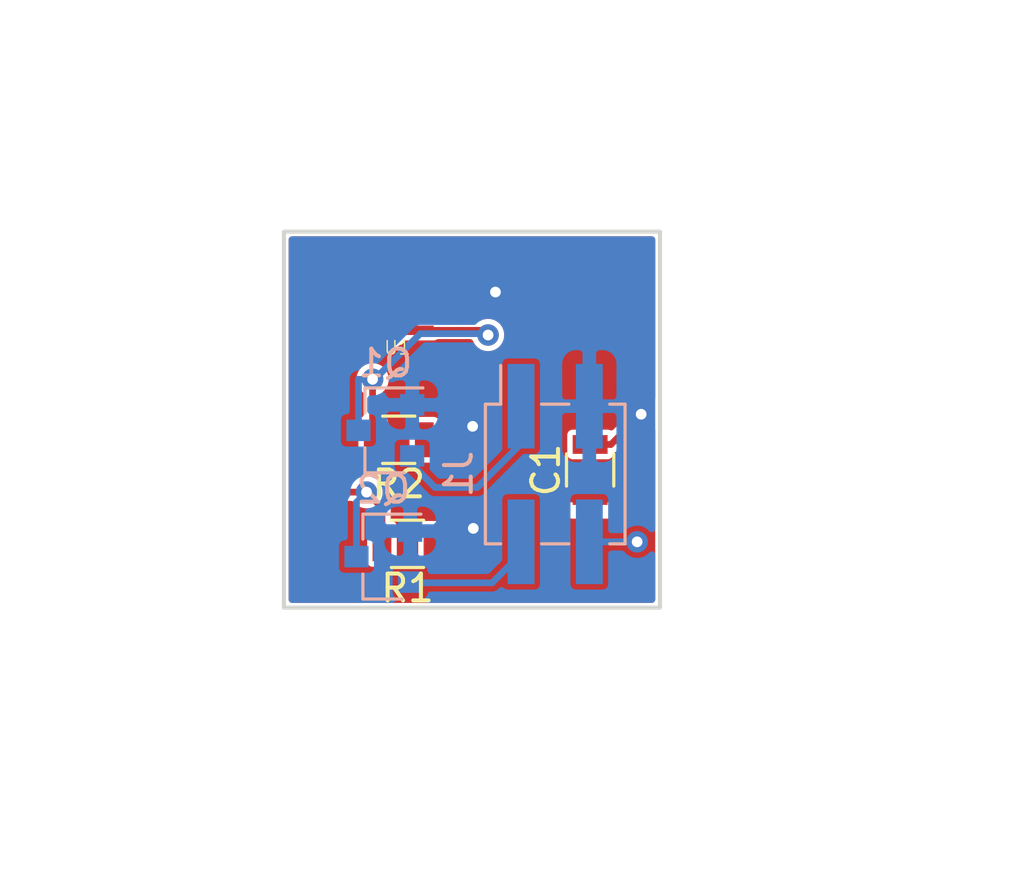
<source format=kicad_pcb>
(kicad_pcb (version 20171130) (host pcbnew "(5.1.6)-1")

  (general
    (thickness 1.6)
    (drawings 9)
    (tracks 65)
    (zones 0)
    (modules 7)
    (nets 7)
  )

  (page A4)
  (layers
    (0 F.Cu signal)
    (31 B.Cu signal)
    (32 B.Adhes user)
    (33 F.Adhes user)
    (34 B.Paste user)
    (35 F.Paste user)
    (36 B.SilkS user hide)
    (37 F.SilkS user hide)
    (38 B.Mask user)
    (39 F.Mask user)
    (40 Dwgs.User user)
    (41 Cmts.User user)
    (42 Eco1.User user)
    (43 Eco2.User user)
    (44 Edge.Cuts user)
    (45 Margin user)
    (46 B.CrtYd user)
    (47 F.CrtYd user)
    (48 B.Fab user hide)
    (49 F.Fab user hide)
  )

  (setup
    (last_trace_width 0.25)
    (trace_clearance 0.2)
    (zone_clearance 0.1)
    (zone_45_only no)
    (trace_min 0.2)
    (via_size 0.8)
    (via_drill 0.4)
    (via_min_size 0.4)
    (via_min_drill 0.3)
    (uvia_size 0.3)
    (uvia_drill 0.1)
    (uvias_allowed no)
    (uvia_min_size 0.2)
    (uvia_min_drill 0.1)
    (edge_width 0.05)
    (segment_width 0.2)
    (pcb_text_width 0.3)
    (pcb_text_size 1.5 1.5)
    (mod_edge_width 0.12)
    (mod_text_size 1 1)
    (mod_text_width 0.15)
    (pad_size 1.524 1.524)
    (pad_drill 0.762)
    (pad_to_mask_clearance 0.05)
    (aux_axis_origin 0 0)
    (visible_elements 7FFFFFFF)
    (pcbplotparams
      (layerselection 0x010fc_ffffffff)
      (usegerberextensions false)
      (usegerberattributes true)
      (usegerberadvancedattributes true)
      (creategerberjobfile true)
      (excludeedgelayer true)
      (linewidth 0.100000)
      (plotframeref false)
      (viasonmask false)
      (mode 1)
      (useauxorigin false)
      (hpglpennumber 1)
      (hpglpenspeed 20)
      (hpglpendiameter 15.000000)
      (psnegative false)
      (psa4output false)
      (plotreference true)
      (plotvalue true)
      (plotinvisibletext false)
      (padsonsilk false)
      (subtractmaskfromsilk false)
      (outputformat 1)
      (mirror false)
      (drillshape 1)
      (scaleselection 1)
      (outputdirectory ""))
  )

  (net 0 "")
  (net 1 +3V3)
  (net 2 GND)
  (net 3 /SCL_out)
  (net 4 /SDA_out)
  (net 5 /SDA_in)
  (net 6 /SCL_in)

  (net_class Default "This is the default net class."
    (clearance 0.2)
    (trace_width 0.25)
    (via_dia 0.8)
    (via_drill 0.4)
    (uvia_dia 0.3)
    (uvia_drill 0.1)
    (add_net +3V3)
    (add_net /SCL_in)
    (add_net /SCL_out)
    (add_net /SDA_in)
    (add_net /SDA_out)
    (add_net GND)
  )

  (module tsl2591_smaller:tsl2591 (layer F.Cu) (tedit 601ED597) (tstamp 603A9A02)
    (at 182.325 79.1)
    (path /60064A60)
    (fp_text reference U1 (at 0 1.3) (layer F.SilkS)
      (effects (font (size 0.5 0.5) (thickness 0.05)))
    )
    (fp_text value TSL2591 (at 0.05 -1.35) (layer F.Fab)
      (effects (font (size 0.5 0.5) (thickness 0.05)))
    )
    (pad 1 smd custom (at -0.325 -0.65) (size 0.35 0.35) (layers F.Cu F.Paste F.Mask)
      (net 3 /SCL_out)
      (options (clearance outline) (anchor circle))
      (primitives
        (gr_poly (pts
           (xy 0.175 0.175) (xy -1.025 0.175) (xy -1.025 -0.175) (xy 0.175 -0.175)) (width 0))
      ))
    (pad 3 smd custom (at -0.325 0.65) (size 0.35 0.35) (layers F.Cu F.Paste F.Mask)
      (net 2 GND) (zone_connect 0)
      (options (clearance outline) (anchor circle))
      (primitives
        (gr_poly (pts
           (xy 0 0.175) (xy -1.025 0.175) (xy -1.025 -0.175) (xy 0 -0.175)) (width 0.001))
      ))
    (pad 6 smd custom (at 0.325 0.65 180) (size 0.35 0.35) (layers F.Cu F.Paste F.Mask)
      (net 4 /SDA_out) (zone_connect 0)
      (options (clearance outline) (anchor circle))
      (primitives
        (gr_poly (pts
           (xy 0 0.175) (xy -1.025 0.175) (xy -1.025 -0.175) (xy 0 -0.175)) (width 0.001))
      ))
    (pad 4 smd custom (at 0.325 -0.65 180) (size 0.35 0.35) (layers F.Cu F.Paste F.Mask)
      (zone_connect 0)
      (options (clearance outline) (anchor circle))
      (primitives
        (gr_poly (pts
           (xy 0 0.175) (xy -1.025 0.175) (xy -1.025 -0.175) (xy 0 -0.175)) (width 0.001))
      ))
    (pad 5 smd custom (at 0.325 0 180) (size 0.35 0.35) (layers F.Cu F.Paste F.Mask)
      (net 1 +3V3) (zone_connect 0)
      (options (clearance outline) (anchor circle))
      (primitives
        (gr_poly (pts
           (xy 0 0.175) (xy -1.025 0.175) (xy -1.025 -0.175) (xy 0 -0.175)) (width 0.001))
      ))
    (pad 2 smd custom (at -0.325 0) (size 0.35 0.35) (layers F.Cu F.Paste F.Mask)
      (options (clearance outline) (anchor circle))
      (primitives
        (gr_poly (pts
           (xy 0 0.175) (xy -1.025 0.175) (xy -1.025 -0.175) (xy 0 -0.175)) (width 0.001))
      ))
  )

  (module Resistors_SMD:R_0805 (layer F.Cu) (tedit 58E0A804) (tstamp 601F0891)
    (at 182.375 83.825 180)
    (descr "Resistor SMD 0805, reflow soldering, Vishay (see dcrcw.pdf)")
    (tags "resistor 0805")
    (path /60053D35)
    (attr smd)
    (fp_text reference R2 (at 0 -1.65) (layer F.SilkS)
      (effects (font (size 1 1) (thickness 0.15)))
    )
    (fp_text value 10k (at 0 1.75) (layer F.Fab)
      (effects (font (size 1 1) (thickness 0.15)))
    )
    (fp_line (start 1.55 0.9) (end -1.55 0.9) (layer F.CrtYd) (width 0.05))
    (fp_line (start 1.55 0.9) (end 1.55 -0.9) (layer F.CrtYd) (width 0.05))
    (fp_line (start -1.55 -0.9) (end -1.55 0.9) (layer F.CrtYd) (width 0.05))
    (fp_line (start -1.55 -0.9) (end 1.55 -0.9) (layer F.CrtYd) (width 0.05))
    (fp_line (start -0.6 -0.88) (end 0.6 -0.88) (layer F.SilkS) (width 0.12))
    (fp_line (start 0.6 0.88) (end -0.6 0.88) (layer F.SilkS) (width 0.12))
    (fp_line (start -1 -0.62) (end 1 -0.62) (layer F.Fab) (width 0.1))
    (fp_line (start 1 -0.62) (end 1 0.62) (layer F.Fab) (width 0.1))
    (fp_line (start 1 0.62) (end -1 0.62) (layer F.Fab) (width 0.1))
    (fp_line (start -1 0.62) (end -1 -0.62) (layer F.Fab) (width 0.1))
    (fp_text user %R (at 0 0) (layer F.Fab)
      (effects (font (size 0.5 0.5) (thickness 0.075)))
    )
    (pad 1 smd rect (at -0.95 0 180) (size 0.7 1.3) (layers F.Cu F.Paste F.Mask)
      (net 1 +3V3))
    (pad 2 smd rect (at 0.95 0 180) (size 0.7 1.3) (layers F.Cu F.Paste F.Mask)
      (net 4 /SDA_out))
    (model ${KISYS3DMOD}/Resistors_SMD.3dshapes/R_0805.wrl
      (at (xyz 0 0 0))
      (scale (xyz 1 1 1))
      (rotate (xyz 0 0 0))
    )
  )

  (module Resistors_SMD:R_0805 (layer F.Cu) (tedit 58E0A804) (tstamp 601F0F48)
    (at 182.7 87.7 180)
    (descr "Resistor SMD 0805, reflow soldering, Vishay (see dcrcw.pdf)")
    (tags "resistor 0805")
    (path /6005217F)
    (attr smd)
    (fp_text reference R1 (at 0 -1.65) (layer F.SilkS)
      (effects (font (size 1 1) (thickness 0.15)))
    )
    (fp_text value 10k (at 0 1.75) (layer F.Fab)
      (effects (font (size 1 1) (thickness 0.15)))
    )
    (fp_line (start 1.55 0.9) (end -1.55 0.9) (layer F.CrtYd) (width 0.05))
    (fp_line (start 1.55 0.9) (end 1.55 -0.9) (layer F.CrtYd) (width 0.05))
    (fp_line (start -1.55 -0.9) (end -1.55 0.9) (layer F.CrtYd) (width 0.05))
    (fp_line (start -1.55 -0.9) (end 1.55 -0.9) (layer F.CrtYd) (width 0.05))
    (fp_line (start -0.6 -0.88) (end 0.6 -0.88) (layer F.SilkS) (width 0.12))
    (fp_line (start 0.6 0.88) (end -0.6 0.88) (layer F.SilkS) (width 0.12))
    (fp_line (start -1 -0.62) (end 1 -0.62) (layer F.Fab) (width 0.1))
    (fp_line (start 1 -0.62) (end 1 0.62) (layer F.Fab) (width 0.1))
    (fp_line (start 1 0.62) (end -1 0.62) (layer F.Fab) (width 0.1))
    (fp_line (start -1 0.62) (end -1 -0.62) (layer F.Fab) (width 0.1))
    (fp_text user %R (at 0 0) (layer F.Fab)
      (effects (font (size 0.5 0.5) (thickness 0.075)))
    )
    (pad 1 smd rect (at -0.95 0 180) (size 0.7 1.3) (layers F.Cu F.Paste F.Mask)
      (net 1 +3V3))
    (pad 2 smd rect (at 0.95 0 180) (size 0.7 1.3) (layers F.Cu F.Paste F.Mask)
      (net 3 /SCL_out))
    (model ${KISYS3DMOD}/Resistors_SMD.3dshapes/R_0805.wrl
      (at (xyz 0 0 0))
      (scale (xyz 1 1 1))
      (rotate (xyz 0 0 0))
    )
  )

  (module TO_SOT_Packages_SMD:SOT-23 (layer B.Cu) (tedit 58CE4E7E) (tstamp 603A99BE)
    (at 181.8 88.175 180)
    (descr "SOT-23, Standard")
    (tags SOT-23)
    (path /6004F25D)
    (attr smd)
    (fp_text reference Q2 (at 0 2.5) (layer B.SilkS)
      (effects (font (size 1 1) (thickness 0.15)) (justify mirror))
    )
    (fp_text value BSS138 (at 0 -2.5) (layer B.Fab)
      (effects (font (size 1 1) (thickness 0.15)) (justify mirror))
    )
    (fp_line (start 0.76 -1.58) (end -0.7 -1.58) (layer B.SilkS) (width 0.12))
    (fp_line (start 0.76 1.58) (end -1.4 1.58) (layer B.SilkS) (width 0.12))
    (fp_line (start -1.7 -1.75) (end -1.7 1.75) (layer B.CrtYd) (width 0.05))
    (fp_line (start 1.7 -1.75) (end -1.7 -1.75) (layer B.CrtYd) (width 0.05))
    (fp_line (start 1.7 1.75) (end 1.7 -1.75) (layer B.CrtYd) (width 0.05))
    (fp_line (start -1.7 1.75) (end 1.7 1.75) (layer B.CrtYd) (width 0.05))
    (fp_line (start 0.76 1.58) (end 0.76 0.65) (layer B.SilkS) (width 0.12))
    (fp_line (start 0.76 -1.58) (end 0.76 -0.65) (layer B.SilkS) (width 0.12))
    (fp_line (start -0.7 -1.52) (end 0.7 -1.52) (layer B.Fab) (width 0.1))
    (fp_line (start 0.7 1.52) (end 0.7 -1.52) (layer B.Fab) (width 0.1))
    (fp_line (start -0.7 0.95) (end -0.15 1.52) (layer B.Fab) (width 0.1))
    (fp_line (start -0.15 1.52) (end 0.7 1.52) (layer B.Fab) (width 0.1))
    (fp_line (start -0.7 0.95) (end -0.7 -1.5) (layer B.Fab) (width 0.1))
    (fp_text user %R (at 0 0 270) (layer B.Fab)
      (effects (font (size 0.5 0.5) (thickness 0.075)) (justify mirror))
    )
    (pad 1 smd rect (at -1 0.95 180) (size 0.9 0.8) (layers B.Cu B.Paste B.Mask)
      (net 1 +3V3))
    (pad 2 smd rect (at -1 -0.95 180) (size 0.9 0.8) (layers B.Cu B.Paste B.Mask)
      (net 6 /SCL_in))
    (pad 3 smd rect (at 1 0 180) (size 0.9 0.8) (layers B.Cu B.Paste B.Mask)
      (net 3 /SCL_out))
    (model ${KISYS3DMOD}/TO_SOT_Packages_SMD.3dshapes/SOT-23.wrl
      (at (xyz 0 0 0))
      (scale (xyz 1 1 1))
      (rotate (xyz 0 0 0))
    )
  )

  (module TO_SOT_Packages_SMD:SOT-23 (layer B.Cu) (tedit 58CE4E7E) (tstamp 603A9A79)
    (at 181.875 83.475 180)
    (descr "SOT-23, Standard")
    (tags SOT-23)
    (path /6004C224)
    (attr smd)
    (fp_text reference Q1 (at 0 2.5) (layer B.SilkS)
      (effects (font (size 1 1) (thickness 0.15)) (justify mirror))
    )
    (fp_text value BSS138 (at 0 -2.5) (layer B.Fab)
      (effects (font (size 1 1) (thickness 0.15)) (justify mirror))
    )
    (fp_line (start 0.76 -1.58) (end -0.7 -1.58) (layer B.SilkS) (width 0.12))
    (fp_line (start 0.76 1.58) (end -1.4 1.58) (layer B.SilkS) (width 0.12))
    (fp_line (start -1.7 -1.75) (end -1.7 1.75) (layer B.CrtYd) (width 0.05))
    (fp_line (start 1.7 -1.75) (end -1.7 -1.75) (layer B.CrtYd) (width 0.05))
    (fp_line (start 1.7 1.75) (end 1.7 -1.75) (layer B.CrtYd) (width 0.05))
    (fp_line (start -1.7 1.75) (end 1.7 1.75) (layer B.CrtYd) (width 0.05))
    (fp_line (start 0.76 1.58) (end 0.76 0.65) (layer B.SilkS) (width 0.12))
    (fp_line (start 0.76 -1.58) (end 0.76 -0.65) (layer B.SilkS) (width 0.12))
    (fp_line (start -0.7 -1.52) (end 0.7 -1.52) (layer B.Fab) (width 0.1))
    (fp_line (start 0.7 1.52) (end 0.7 -1.52) (layer B.Fab) (width 0.1))
    (fp_line (start -0.7 0.95) (end -0.15 1.52) (layer B.Fab) (width 0.1))
    (fp_line (start -0.15 1.52) (end 0.7 1.52) (layer B.Fab) (width 0.1))
    (fp_line (start -0.7 0.95) (end -0.7 -1.5) (layer B.Fab) (width 0.1))
    (fp_text user %R (at 0 0 270) (layer B.Fab)
      (effects (font (size 0.5 0.5) (thickness 0.075)) (justify mirror))
    )
    (pad 1 smd rect (at -1 0.95 180) (size 0.9 0.8) (layers B.Cu B.Paste B.Mask)
      (net 1 +3V3))
    (pad 2 smd rect (at -1 -0.95 180) (size 0.9 0.8) (layers B.Cu B.Paste B.Mask)
      (net 5 /SDA_in))
    (pad 3 smd rect (at 1 0 180) (size 0.9 0.8) (layers B.Cu B.Paste B.Mask)
      (net 4 /SDA_out))
    (model ${KISYS3DMOD}/TO_SOT_Packages_SMD.3dshapes/SOT-23.wrl
      (at (xyz 0 0 0))
      (scale (xyz 1 1 1))
      (rotate (xyz 0 0 0))
    )
  )

  (module Connector_PinHeader_2.54mm:PinHeader_2x02_P2.54mm_Vertical_SMD (layer B.Cu) (tedit 59FED5CC) (tstamp 601F0994)
    (at 188.2 85.1 270)
    (descr "surface-mounted straight pin header, 2x02, 2.54mm pitch, double rows")
    (tags "Surface mounted pin header SMD 2x02 2.54mm double row")
    (path /60074FEE)
    (attr smd)
    (fp_text reference J1 (at 0 3.6 270) (layer B.SilkS)
      (effects (font (size 1 1) (thickness 0.15)) (justify mirror))
    )
    (fp_text value Conn_01x04_Female (at 0 -3.6 270) (layer B.Fab)
      (effects (font (size 1 1) (thickness 0.15)) (justify mirror))
    )
    (fp_line (start 2.54 -2.54) (end -2.54 -2.54) (layer B.Fab) (width 0.1))
    (fp_line (start -1.59 2.54) (end 2.54 2.54) (layer B.Fab) (width 0.1))
    (fp_line (start -2.54 -2.54) (end -2.54 1.59) (layer B.Fab) (width 0.1))
    (fp_line (start -2.54 1.59) (end -1.59 2.54) (layer B.Fab) (width 0.1))
    (fp_line (start 2.54 2.54) (end 2.54 -2.54) (layer B.Fab) (width 0.1))
    (fp_line (start -2.54 1.59) (end -3.6 1.59) (layer B.Fab) (width 0.1))
    (fp_line (start -3.6 1.59) (end -3.6 0.95) (layer B.Fab) (width 0.1))
    (fp_line (start -3.6 0.95) (end -2.54 0.95) (layer B.Fab) (width 0.1))
    (fp_line (start 2.54 1.59) (end 3.6 1.59) (layer B.Fab) (width 0.1))
    (fp_line (start 3.6 1.59) (end 3.6 0.95) (layer B.Fab) (width 0.1))
    (fp_line (start 3.6 0.95) (end 2.54 0.95) (layer B.Fab) (width 0.1))
    (fp_line (start -2.54 -0.95) (end -3.6 -0.95) (layer B.Fab) (width 0.1))
    (fp_line (start -3.6 -0.95) (end -3.6 -1.59) (layer B.Fab) (width 0.1))
    (fp_line (start -3.6 -1.59) (end -2.54 -1.59) (layer B.Fab) (width 0.1))
    (fp_line (start 2.54 -0.95) (end 3.6 -0.95) (layer B.Fab) (width 0.1))
    (fp_line (start 3.6 -0.95) (end 3.6 -1.59) (layer B.Fab) (width 0.1))
    (fp_line (start 3.6 -1.59) (end 2.54 -1.59) (layer B.Fab) (width 0.1))
    (fp_line (start -2.6 2.6) (end 2.6 2.6) (layer B.SilkS) (width 0.12))
    (fp_line (start -2.6 -2.6) (end 2.6 -2.6) (layer B.SilkS) (width 0.12))
    (fp_line (start -4.04 2.03) (end -2.6 2.03) (layer B.SilkS) (width 0.12))
    (fp_line (start -2.6 2.6) (end -2.6 2.03) (layer B.SilkS) (width 0.12))
    (fp_line (start 2.6 2.6) (end 2.6 2.03) (layer B.SilkS) (width 0.12))
    (fp_line (start -2.6 -2.03) (end -2.6 -2.6) (layer B.SilkS) (width 0.12))
    (fp_line (start 2.6 -2.03) (end 2.6 -2.6) (layer B.SilkS) (width 0.12))
    (fp_line (start -2.6 0.51) (end -2.6 -0.51) (layer B.SilkS) (width 0.12))
    (fp_line (start 2.6 0.51) (end 2.6 -0.51) (layer B.SilkS) (width 0.12))
    (fp_line (start -5.9 3.05) (end -5.9 -3.05) (layer B.CrtYd) (width 0.05))
    (fp_line (start -5.9 -3.05) (end 5.9 -3.05) (layer B.CrtYd) (width 0.05))
    (fp_line (start 5.9 -3.05) (end 5.9 3.05) (layer B.CrtYd) (width 0.05))
    (fp_line (start 5.9 3.05) (end -5.9 3.05) (layer B.CrtYd) (width 0.05))
    (fp_text user %R (at 0 0) (layer B.Fab)
      (effects (font (size 1 1) (thickness 0.15)) (justify mirror))
    )
    (pad 4 smd rect (at 2.525 -1.27 270) (size 3.15 1) (layers B.Cu B.Paste B.Mask)
      (net 2 GND))
    (pad 3 smd rect (at -2.525 -1.27 270) (size 3.15 1) (layers B.Cu B.Paste B.Mask)
      (net 1 +3V3))
    (pad 2 smd rect (at 2.525 1.27 270) (size 3.15 1) (layers B.Cu B.Paste B.Mask)
      (net 6 /SCL_in))
    (pad 1 smd rect (at -2.525 1.27 270) (size 3.15 1) (layers B.Cu B.Paste B.Mask)
      (net 5 /SDA_in))
    (model ${KISYS3DMOD}/Connector_PinHeader_2.54mm.3dshapes/PinHeader_2x02_P2.54mm_Vertical_SMD.wrl
      (at (xyz 0 0 0))
      (scale (xyz 1 1 1))
      (rotate (xyz 0 0 0))
    )
  )

  (module Resistors_SMD:R_0805 (layer F.Cu) (tedit 58E0A804) (tstamp 601F0916)
    (at 189.5 84.95 90)
    (descr "Resistor SMD 0805, reflow soldering, Vishay (see dcrcw.pdf)")
    (tags "resistor 0805")
    (path /6006B095)
    (attr smd)
    (fp_text reference C1 (at 0 -1.65 90) (layer F.SilkS)
      (effects (font (size 1 1) (thickness 0.15)))
    )
    (fp_text value 10u (at 0 1.75 90) (layer F.Fab)
      (effects (font (size 1 1) (thickness 0.15)))
    )
    (fp_line (start 1.55 0.9) (end -1.55 0.9) (layer F.CrtYd) (width 0.05))
    (fp_line (start 1.55 0.9) (end 1.55 -0.9) (layer F.CrtYd) (width 0.05))
    (fp_line (start -1.55 -0.9) (end -1.55 0.9) (layer F.CrtYd) (width 0.05))
    (fp_line (start -1.55 -0.9) (end 1.55 -0.9) (layer F.CrtYd) (width 0.05))
    (fp_line (start -0.6 -0.88) (end 0.6 -0.88) (layer F.SilkS) (width 0.12))
    (fp_line (start 0.6 0.88) (end -0.6 0.88) (layer F.SilkS) (width 0.12))
    (fp_line (start -1 -0.62) (end 1 -0.62) (layer F.Fab) (width 0.1))
    (fp_line (start 1 -0.62) (end 1 0.62) (layer F.Fab) (width 0.1))
    (fp_line (start 1 0.62) (end -1 0.62) (layer F.Fab) (width 0.1))
    (fp_line (start -1 0.62) (end -1 -0.62) (layer F.Fab) (width 0.1))
    (fp_text user %R (at 0 0 90) (layer F.Fab)
      (effects (font (size 0.5 0.5) (thickness 0.075)))
    )
    (pad 1 smd rect (at -0.95 0 90) (size 0.7 1.3) (layers F.Cu F.Paste F.Mask)
      (net 2 GND))
    (pad 2 smd rect (at 0.95 0 90) (size 0.7 1.3) (layers F.Cu F.Paste F.Mask)
      (net 1 +3V3))
    (model ${KISYS3DMOD}/Resistors_SMD.3dshapes/R_0805.wrl
      (at (xyz 0 0 0))
      (scale (xyz 1 1 1))
      (rotate (xyz 0 0 0))
    )
  )

  (gr_line (start 192.1 90.075) (end 192.1 76.075) (layer Edge.Cuts) (width 0.15))
  (gr_line (start 178.1 76.075) (end 192.1 76.075) (layer Edge.Cuts) (width 0.15))
  (gr_line (start 178.1 90.075) (end 178.1 76.075) (layer Edge.Cuts) (width 0.15))
  (gr_line (start 192.1 90.075) (end 178.1 90.075) (layer Edge.Cuts) (width 0.15))
  (dimension 1 (width 0.15) (layer Dwgs.User)
    (gr_text "1.000 mm" (at 181.4 68.15) (layer Dwgs.User)
      (effects (font (size 1 1) (thickness 0.15)))
    )
    (feature1 (pts (xy 180.9 82.35) (xy 180.9 68.863579)))
    (feature2 (pts (xy 181.9 82.35) (xy 181.9 68.863579)))
    (crossbar (pts (xy 181.9 69.45) (xy 180.9 69.45)))
    (arrow1a (pts (xy 180.9 69.45) (xy 182.026504 68.863579)))
    (arrow1b (pts (xy 180.9 69.45) (xy 182.026504 70.036421)))
    (arrow2a (pts (xy 181.9 69.45) (xy 180.773496 68.863579)))
    (arrow2b (pts (xy 181.9 69.45) (xy 180.773496 70.036421)))
  )
  (dimension 15.000083 (width 0.15) (layer Dwgs.User)
    (gr_text "15.000 mm" (at 168.89383 83.575937 -89.80901478) (layer Dwgs.User)
      (effects (font (size 1 1) (thickness 0.15)))
    )
    (feature1 (pts (xy 176.65 76.05) (xy 169.582406 76.073559)))
    (feature2 (pts (xy 176.7 91.05) (xy 169.632406 91.073559)))
    (crossbar (pts (xy 170.218823 91.071604) (xy 170.168823 76.071604)))
    (arrow1a (pts (xy 170.168823 76.071604) (xy 170.758995 77.196147)))
    (arrow1b (pts (xy 170.168823 76.071604) (xy 169.586161 77.200056)))
    (arrow2a (pts (xy 170.218823 91.071604) (xy 170.801485 89.943152)))
    (arrow2b (pts (xy 170.218823 91.071604) (xy 169.628651 89.947061)))
  )
  (dimension 15 (width 0.15) (layer Dwgs.User)
    (gr_text "15.000 mm" (at 184.175 101.175) (layer Dwgs.User)
      (effects (font (size 1 1) (thickness 0.15)))
    )
    (feature1 (pts (xy 176.675 91.275) (xy 176.675 100.461421)))
    (feature2 (pts (xy 191.675 91.275) (xy 191.675 100.461421)))
    (crossbar (pts (xy 191.675 99.875) (xy 176.675 99.875)))
    (arrow1a (pts (xy 176.675 99.875) (xy 177.801504 99.288579)))
    (arrow1b (pts (xy 176.675 99.875) (xy 177.801504 100.461421)))
    (arrow2a (pts (xy 191.675 99.875) (xy 190.548496 99.288579)))
    (arrow2b (pts (xy 191.675 99.875) (xy 190.548496 100.461421)))
  )
  (dimension 1 (width 0.15) (layer Dwgs.User)
    (gr_text "1.000 mm" (at 204.3 89.8 270) (layer Dwgs.User)
      (effects (font (size 1 1) (thickness 0.15)))
    )
    (feature1 (pts (xy 190.1 90.3) (xy 203.586421 90.3)))
    (feature2 (pts (xy 190.1 89.3) (xy 203.586421 89.3)))
    (crossbar (pts (xy 203 89.3) (xy 203 90.3)))
    (arrow1a (pts (xy 203 90.3) (xy 202.413579 89.173496)))
    (arrow1b (pts (xy 203 90.3) (xy 203.586421 89.173496)))
    (arrow2a (pts (xy 203 89.3) (xy 202.413579 90.426504)))
    (arrow2b (pts (xy 203 89.3) (xy 203.586421 90.426504)))
  )
  (dimension 1 (width 0.15) (layer Dwgs.User)
    (gr_text "1.000 mm" (at 201.6 80.5 90) (layer Dwgs.User)
      (effects (font (size 1 1) (thickness 0.15)))
    )
    (feature1 (pts (xy 189.1 80) (xy 200.886421 80)))
    (feature2 (pts (xy 189.1 81) (xy 200.886421 81)))
    (crossbar (pts (xy 200.3 81) (xy 200.3 80)))
    (arrow1a (pts (xy 200.3 80) (xy 200.886421 81.126504)))
    (arrow1b (pts (xy 200.3 80) (xy 199.713579 81.126504)))
    (arrow2a (pts (xy 200.3 81) (xy 200.886421 79.873496)))
    (arrow2b (pts (xy 200.3 81) (xy 199.713579 79.873496)))
  )

  (segment (start 184.45 84) (end 183.5 84) (width 0.25) (layer F.Cu) (net 1))
  (segment (start 184.45 84) (end 185.125 83.325) (width 0.25) (layer F.Cu) (net 1))
  (segment (start 185.125 83.325) (end 185.125 83.325) (width 0.25) (layer F.Cu) (net 1) (tstamp 603A9C6C))
  (via (at 185.125 83.325) (size 0.8) (drill 0.4) (layers F.Cu B.Cu) (net 1))
  (segment (start 182.65 79.1) (end 184 79.1) (width 0.25) (layer F.Cu) (net 1))
  (segment (start 184 79.1) (end 184.775 78.325) (width 0.25) (layer F.Cu) (net 1))
  (segment (start 184.775 78.325) (end 184.775 78.325) (width 0.25) (layer F.Cu) (net 1) (tstamp 603A9E33))
  (segment (start 183.65 87.7) (end 184.575 87.7) (width 0.25) (layer F.Cu) (net 1))
  (segment (start 184.575 87.7) (end 185.15 87.125) (width 0.25) (layer F.Cu) (net 1))
  (segment (start 185.15 87.125) (end 185.15 87.125) (width 0.25) (layer F.Cu) (net 1) (tstamp 603A9F81))
  (via (at 185.15 87.125) (size 0.8) (drill 0.4) (layers F.Cu B.Cu) (net 1))
  (segment (start 185.15 87.125) (end 182.875 87.125) (width 0.25) (layer B.Cu) (net 1))
  (segment (start 189.5 84) (end 190.275 84) (width 0.25) (layer F.Cu) (net 1))
  (segment (start 190.275 84) (end 191.175 83.1) (width 0.25) (layer F.Cu) (net 1))
  (segment (start 191.175 83.1) (end 191.4 82.875) (width 0.25) (layer F.Cu) (net 1))
  (segment (start 191.4 82.875) (end 191.4 82.875) (width 0.25) (layer F.Cu) (net 1) (tstamp 603AA11C))
  (via (at 191.4 82.875) (size 0.8) (drill 0.4) (layers F.Cu B.Cu) (net 1))
  (segment (start 184.775 78.325) (end 185.975 78.325) (width 0.25) (layer F.Cu) (net 1))
  (segment (start 185.975 78.325) (end 185.975 78.325) (width 0.25) (layer F.Cu) (net 1) (tstamp 603AA13F))
  (via (at 185.975 78.325) (size 0.8) (drill 0.4) (layers F.Cu B.Cu) (net 1))
  (segment (start 189.47 87.625) (end 191.25 87.625) (width 0.25) (layer B.Cu) (net 2))
  (segment (start 191.25 87.625) (end 191.25 87.625) (width 0.25) (layer B.Cu) (net 2) (tstamp 603A95BA))
  (via (at 191.25 87.625) (size 0.8) (drill 0.4) (layers F.Cu B.Cu) (net 2))
  (segment (start 189.5 85.9) (end 190.15 85.9) (width 0.25) (layer F.Cu) (net 2))
  (segment (start 191.25 87) (end 191.25 87.625) (width 0.25) (layer F.Cu) (net 2))
  (segment (start 190.15 85.9) (end 191.25 87) (width 0.25) (layer F.Cu) (net 2))
  (segment (start 181.5 79.75) (end 181.525 79.775) (width 0.25) (layer F.Cu) (net 2))
  (segment (start 182 79.75) (end 181.5 79.75) (width 0.25) (layer F.Cu) (net 2))
  (segment (start 182 79.75) (end 181.425 79.75) (width 0.25) (layer F.Cu) (net 2))
  (segment (start 181.425 79.75) (end 181.475 79.8) (width 0.25) (layer F.Cu) (net 2))
  (segment (start 181.475 79.8) (end 181.475 80.625) (width 0.25) (layer F.Cu) (net 2))
  (segment (start 180.8 88.175) (end 180.8 86.15) (width 0.25) (layer B.Cu) (net 3))
  (segment (start 180.8 86.15) (end 181.175 85.775) (width 0.25) (layer B.Cu) (net 3))
  (segment (start 181.175 85.775) (end 181.175 85.775) (width 0.25) (layer B.Cu) (net 3) (tstamp 603A9FB4))
  (via (at 181.175 85.775) (size 0.8) (drill 0.4) (layers F.Cu B.Cu) (net 3))
  (segment (start 181.175 85.775) (end 181.75 86.35) (width 0.25) (layer F.Cu) (net 3))
  (segment (start 181.75 86.35) (end 181.75 87.225) (width 0.25) (layer F.Cu) (net 3))
  (segment (start 181.175 85.775) (end 180.45 85.775) (width 0.25) (layer F.Cu) (net 3))
  (segment (start 180.45 85.775) (end 179.575 84.9) (width 0.25) (layer F.Cu) (net 3))
  (segment (start 179.575 84.9) (end 179.575 78.525) (width 0.25) (layer F.Cu) (net 3))
  (segment (start 179.575 78.525) (end 179.675 78.425) (width 0.25) (layer F.Cu) (net 3))
  (segment (start 179.675 78.425) (end 181.4 78.425) (width 0.25) (layer F.Cu) (net 3))
  (segment (start 180.875 81.575) (end 180.875 81.575) (width 0.25) (layer B.Cu) (net 4) (tstamp 603A9D73))
  (segment (start 181.4 83.1) (end 181.4 83.325) (width 0.25) (layer F.Cu) (net 4))
  (segment (start 182.65 79.75) (end 184.7 79.75) (width 0.25) (layer F.Cu) (net 4))
  (segment (start 181.4 83.1) (end 181.4 81.575) (width 0.25) (layer F.Cu) (net 4))
  (segment (start 181.4 81.575) (end 181.4 81.575) (width 0.25) (layer F.Cu) (net 4) (tstamp 603A9EE6))
  (via (at 181.4 81.575) (size 0.8) (drill 0.4) (layers F.Cu B.Cu) (net 4))
  (segment (start 184.7 79.75) (end 185.525 79.75) (width 0.25) (layer F.Cu) (net 4))
  (segment (start 185.525 79.75) (end 185.7 79.925) (width 0.25) (layer F.Cu) (net 4))
  (segment (start 185.7 79.925) (end 185.7 79.925) (width 0.25) (layer F.Cu) (net 4) (tstamp 603AA153))
  (via (at 185.7 79.925) (size 0.8) (drill 0.4) (layers F.Cu B.Cu) (net 4))
  (segment (start 185.65 79.875) (end 185.7 79.925) (width 0.25) (layer B.Cu) (net 4))
  (segment (start 180.875 83.475) (end 180.875 81.575) (width 0.25) (layer B.Cu) (net 4))
  (segment (start 183.175 79.875) (end 185.65 79.875) (width 0.25) (layer B.Cu) (net 4))
  (segment (start 181.475 81.575) (end 183.175 79.875) (width 0.25) (layer B.Cu) (net 4))
  (segment (start 180.875 81.575) (end 181.475 81.575) (width 0.25) (layer B.Cu) (net 4))
  (segment (start 184.45 85.6) (end 185.3 85.6) (width 0.25) (layer B.Cu) (net 5))
  (segment (start 185.3 85.6) (end 186.8 84.1) (width 0.25) (layer B.Cu) (net 5))
  (segment (start 184.45 85.6) (end 183.725 85.6) (width 0.25) (layer B.Cu) (net 5))
  (segment (start 183.725 85.6) (end 182.775 84.65) (width 0.25) (layer B.Cu) (net 5))
  (segment (start 186.93 87.625) (end 186.93 88.07) (width 0.25) (layer B.Cu) (net 6))
  (segment (start 186.93 88.07) (end 185.85 89.15) (width 0.25) (layer B.Cu) (net 6))
  (segment (start 185.85 89.15) (end 184.45 89.15) (width 0.25) (layer B.Cu) (net 6) (tstamp 603A9957))
  (segment (start 184.45 89.15) (end 182.925 89.15) (width 0.25) (layer B.Cu) (net 6))

  (zone (net 2) (net_name GND) (layer F.Cu) (tstamp 0) (hatch edge 0.508)
    (connect_pads (clearance 0.1))
    (min_thickness 0.254)
    (fill yes (arc_segments 32) (thermal_gap 0.508) (thermal_bridge_width 0.508))
    (polygon
      (pts
        (xy 193.625 75.3125) (xy 193.425 91.8375) (xy 176.825 91.7375) (xy 176.875 77.3625) (xy 177.55 75.225)
        (xy 182.85 75.275)
      )
    )
    (filled_polygon
      (pts
        (xy 191.798001 82.26658) (xy 191.744364 82.230741) (xy 191.612058 82.175938) (xy 191.471603 82.148) (xy 191.328397 82.148)
        (xy 191.187942 82.175938) (xy 191.055636 82.230741) (xy 190.936564 82.310302) (xy 190.835302 82.411564) (xy 190.755741 82.530636)
        (xy 190.700938 82.662942) (xy 190.673 82.803397) (xy 190.673 82.946603) (xy 190.675683 82.960092) (xy 190.284608 83.351168)
        (xy 190.275743 83.34643) (xy 190.214103 83.327732) (xy 190.15 83.321418) (xy 188.85 83.321418) (xy 188.785897 83.327732)
        (xy 188.724257 83.34643) (xy 188.66745 83.376794) (xy 188.617657 83.417657) (xy 188.576794 83.46745) (xy 188.54643 83.524257)
        (xy 188.527732 83.585897) (xy 188.521418 83.65) (xy 188.521418 84.35) (xy 188.527732 84.414103) (xy 188.54643 84.475743)
        (xy 188.576794 84.53255) (xy 188.617657 84.582343) (xy 188.66745 84.623206) (xy 188.724257 84.65357) (xy 188.785897 84.672268)
        (xy 188.85 84.678582) (xy 190.15 84.678582) (xy 190.214103 84.672268) (xy 190.275743 84.65357) (xy 190.33255 84.623206)
        (xy 190.382343 84.582343) (xy 190.423206 84.53255) (xy 190.45357 84.475743) (xy 190.472268 84.414103) (xy 190.472999 84.406685)
        (xy 190.527333 84.377643) (xy 190.596159 84.321159) (xy 190.610323 84.3039) (xy 191.314908 83.599317) (xy 191.328397 83.602)
        (xy 191.471603 83.602) (xy 191.612058 83.574062) (xy 191.744364 83.519259) (xy 191.798 83.48342) (xy 191.798 89.773)
        (xy 178.402 89.773) (xy 178.402 78.525) (xy 179.120813 78.525) (xy 179.123001 78.547215) (xy 179.123 84.877795)
        (xy 179.120813 84.9) (xy 179.123 84.922204) (xy 179.12954 84.988606) (xy 179.155386 85.073809) (xy 179.197357 85.152332)
        (xy 179.253841 85.221159) (xy 179.2711 85.235323) (xy 180.114681 86.078905) (xy 180.128841 86.096159) (xy 180.197667 86.152643)
        (xy 180.27619 86.194614) (xy 180.361392 86.22046) (xy 180.45 86.229187) (xy 180.472205 86.227) (xy 180.602661 86.227)
        (xy 180.610302 86.238436) (xy 180.711564 86.339698) (xy 180.830636 86.419259) (xy 180.962942 86.474062) (xy 181.103397 86.502)
        (xy 181.246603 86.502) (xy 181.260093 86.499317) (xy 181.298 86.537224) (xy 181.298 86.739228) (xy 181.274257 86.74643)
        (xy 181.21745 86.776794) (xy 181.167657 86.817657) (xy 181.126794 86.86745) (xy 181.09643 86.924257) (xy 181.077732 86.985897)
        (xy 181.071418 87.05) (xy 181.071418 88.35) (xy 181.077732 88.414103) (xy 181.09643 88.475743) (xy 181.126794 88.53255)
        (xy 181.167657 88.582343) (xy 181.21745 88.623206) (xy 181.274257 88.65357) (xy 181.335897 88.672268) (xy 181.4 88.678582)
        (xy 182.1 88.678582) (xy 182.164103 88.672268) (xy 182.225743 88.65357) (xy 182.28255 88.623206) (xy 182.332343 88.582343)
        (xy 182.373206 88.53255) (xy 182.40357 88.475743) (xy 182.422268 88.414103) (xy 182.428582 88.35) (xy 182.428582 87.05)
        (xy 182.971418 87.05) (xy 182.971418 88.35) (xy 182.977732 88.414103) (xy 182.99643 88.475743) (xy 183.026794 88.53255)
        (xy 183.067657 88.582343) (xy 183.11745 88.623206) (xy 183.174257 88.65357) (xy 183.235897 88.672268) (xy 183.3 88.678582)
        (xy 184 88.678582) (xy 184.064103 88.672268) (xy 184.125743 88.65357) (xy 184.18255 88.623206) (xy 184.232343 88.582343)
        (xy 184.273206 88.53255) (xy 184.30357 88.475743) (xy 184.322268 88.414103) (xy 184.328582 88.35) (xy 184.328582 88.152)
        (xy 184.552795 88.152) (xy 184.575 88.154187) (xy 184.597205 88.152) (xy 184.663607 88.14546) (xy 184.74881 88.119614)
        (xy 184.827333 88.077643) (xy 184.896159 88.021159) (xy 184.910323 88.0039) (xy 185.064907 87.849317) (xy 185.078397 87.852)
        (xy 185.221603 87.852) (xy 185.362058 87.824062) (xy 185.494364 87.769259) (xy 185.613436 87.689698) (xy 185.714698 87.588436)
        (xy 185.794259 87.469364) (xy 185.849062 87.337058) (xy 185.877 87.196603) (xy 185.877 87.053397) (xy 185.849062 86.912942)
        (xy 185.794259 86.780636) (xy 185.714698 86.661564) (xy 185.613436 86.560302) (xy 185.494364 86.480741) (xy 185.362058 86.425938)
        (xy 185.221603 86.398) (xy 185.078397 86.398) (xy 184.937942 86.425938) (xy 184.805636 86.480741) (xy 184.686564 86.560302)
        (xy 184.585302 86.661564) (xy 184.505741 86.780636) (xy 184.450938 86.912942) (xy 184.423 87.053397) (xy 184.423 87.196603)
        (xy 184.425683 87.210093) (xy 184.387777 87.248) (xy 184.328582 87.248) (xy 184.328582 87.05) (xy 184.322268 86.985897)
        (xy 184.30357 86.924257) (xy 184.273206 86.86745) (xy 184.232343 86.817657) (xy 184.18255 86.776794) (xy 184.125743 86.74643)
        (xy 184.064103 86.727732) (xy 184 86.721418) (xy 183.3 86.721418) (xy 183.235897 86.727732) (xy 183.174257 86.74643)
        (xy 183.11745 86.776794) (xy 183.067657 86.817657) (xy 183.026794 86.86745) (xy 182.99643 86.924257) (xy 182.977732 86.985897)
        (xy 182.971418 87.05) (xy 182.428582 87.05) (xy 182.422268 86.985897) (xy 182.40357 86.924257) (xy 182.373206 86.86745)
        (xy 182.332343 86.817657) (xy 182.28255 86.776794) (xy 182.225743 86.74643) (xy 182.202 86.739228) (xy 182.202 86.372205)
        (xy 182.204187 86.35) (xy 182.19546 86.261392) (xy 182.192005 86.25) (xy 188.211928 86.25) (xy 188.224188 86.374482)
        (xy 188.260498 86.49418) (xy 188.319463 86.604494) (xy 188.398815 86.701185) (xy 188.495506 86.780537) (xy 188.60582 86.839502)
        (xy 188.725518 86.875812) (xy 188.85 86.888072) (xy 189.21425 86.885) (xy 189.373 86.72625) (xy 189.373 86.027)
        (xy 189.627 86.027) (xy 189.627 86.72625) (xy 189.78575 86.885) (xy 190.15 86.888072) (xy 190.274482 86.875812)
        (xy 190.39418 86.839502) (xy 190.504494 86.780537) (xy 190.601185 86.701185) (xy 190.680537 86.604494) (xy 190.739502 86.49418)
        (xy 190.775812 86.374482) (xy 190.788072 86.25) (xy 190.785 86.18575) (xy 190.62625 86.027) (xy 189.627 86.027)
        (xy 189.373 86.027) (xy 188.37375 86.027) (xy 188.215 86.18575) (xy 188.211928 86.25) (xy 182.192005 86.25)
        (xy 182.169614 86.17619) (xy 182.134402 86.110313) (xy 182.127643 86.097667) (xy 182.071159 86.028841) (xy 182.053906 86.014682)
        (xy 181.899317 85.860093) (xy 181.902 85.846603) (xy 181.902 85.703397) (xy 181.874062 85.562942) (xy 181.868702 85.55)
        (xy 188.211928 85.55) (xy 188.215 85.61425) (xy 188.37375 85.773) (xy 189.373 85.773) (xy 189.373 85.07375)
        (xy 189.627 85.07375) (xy 189.627 85.773) (xy 190.62625 85.773) (xy 190.785 85.61425) (xy 190.788072 85.55)
        (xy 190.775812 85.425518) (xy 190.739502 85.30582) (xy 190.680537 85.195506) (xy 190.601185 85.098815) (xy 190.504494 85.019463)
        (xy 190.39418 84.960498) (xy 190.274482 84.924188) (xy 190.15 84.911928) (xy 189.78575 84.915) (xy 189.627 85.07375)
        (xy 189.373 85.07375) (xy 189.21425 84.915) (xy 188.85 84.911928) (xy 188.725518 84.924188) (xy 188.60582 84.960498)
        (xy 188.495506 85.019463) (xy 188.398815 85.098815) (xy 188.319463 85.195506) (xy 188.260498 85.30582) (xy 188.224188 85.425518)
        (xy 188.211928 85.55) (xy 181.868702 85.55) (xy 181.819259 85.430636) (xy 181.739698 85.311564) (xy 181.638436 85.210302)
        (xy 181.519364 85.130741) (xy 181.387058 85.075938) (xy 181.246603 85.048) (xy 181.103397 85.048) (xy 180.962942 85.075938)
        (xy 180.830636 85.130741) (xy 180.711564 85.210302) (xy 180.618045 85.303821) (xy 180.027 84.712777) (xy 180.027 81.503397)
        (xy 180.673 81.503397) (xy 180.673 81.646603) (xy 180.700938 81.787058) (xy 180.755741 81.919364) (xy 180.835302 82.038436)
        (xy 180.936564 82.139698) (xy 180.948001 82.14734) (xy 180.948 82.872102) (xy 180.89245 82.901794) (xy 180.842657 82.942657)
        (xy 180.801794 82.99245) (xy 180.77143 83.049257) (xy 180.752732 83.110897) (xy 180.746418 83.175) (xy 180.746418 84.475)
        (xy 180.752732 84.539103) (xy 180.77143 84.600743) (xy 180.801794 84.65755) (xy 180.842657 84.707343) (xy 180.89245 84.748206)
        (xy 180.949257 84.77857) (xy 181.010897 84.797268) (xy 181.075 84.803582) (xy 181.775 84.803582) (xy 181.839103 84.797268)
        (xy 181.900743 84.77857) (xy 181.95755 84.748206) (xy 182.007343 84.707343) (xy 182.048206 84.65755) (xy 182.07857 84.600743)
        (xy 182.097268 84.539103) (xy 182.103582 84.475) (xy 182.103582 83.175) (xy 182.646418 83.175) (xy 182.646418 84.475)
        (xy 182.652732 84.539103) (xy 182.67143 84.600743) (xy 182.701794 84.65755) (xy 182.742657 84.707343) (xy 182.79245 84.748206)
        (xy 182.849257 84.77857) (xy 182.910897 84.797268) (xy 182.975 84.803582) (xy 183.675 84.803582) (xy 183.739103 84.797268)
        (xy 183.800743 84.77857) (xy 183.85755 84.748206) (xy 183.907343 84.707343) (xy 183.948206 84.65755) (xy 183.97857 84.600743)
        (xy 183.997268 84.539103) (xy 184.003582 84.475) (xy 184.003582 84.452) (xy 184.427795 84.452) (xy 184.45 84.454187)
        (xy 184.472205 84.452) (xy 184.538607 84.44546) (xy 184.62381 84.419614) (xy 184.702333 84.377643) (xy 184.771159 84.321159)
        (xy 184.785323 84.3039) (xy 185.039907 84.049317) (xy 185.053397 84.052) (xy 185.196603 84.052) (xy 185.337058 84.024062)
        (xy 185.469364 83.969259) (xy 185.588436 83.889698) (xy 185.689698 83.788436) (xy 185.769259 83.669364) (xy 185.824062 83.537058)
        (xy 185.852 83.396603) (xy 185.852 83.253397) (xy 185.824062 83.112942) (xy 185.769259 82.980636) (xy 185.689698 82.861564)
        (xy 185.588436 82.760302) (xy 185.469364 82.680741) (xy 185.337058 82.625938) (xy 185.196603 82.598) (xy 185.053397 82.598)
        (xy 184.912942 82.625938) (xy 184.780636 82.680741) (xy 184.661564 82.760302) (xy 184.560302 82.861564) (xy 184.480741 82.980636)
        (xy 184.425938 83.112942) (xy 184.398 83.253397) (xy 184.398 83.396603) (xy 184.400683 83.410093) (xy 184.262777 83.548)
        (xy 184.003582 83.548) (xy 184.003582 83.175) (xy 183.997268 83.110897) (xy 183.97857 83.049257) (xy 183.948206 82.99245)
        (xy 183.907343 82.942657) (xy 183.85755 82.901794) (xy 183.800743 82.87143) (xy 183.739103 82.852732) (xy 183.675 82.846418)
        (xy 182.975 82.846418) (xy 182.910897 82.852732) (xy 182.849257 82.87143) (xy 182.79245 82.901794) (xy 182.742657 82.942657)
        (xy 182.701794 82.99245) (xy 182.67143 83.049257) (xy 182.652732 83.110897) (xy 182.646418 83.175) (xy 182.103582 83.175)
        (xy 182.097268 83.110897) (xy 182.07857 83.049257) (xy 182.048206 82.99245) (xy 182.007343 82.942657) (xy 181.95755 82.901794)
        (xy 181.900743 82.87143) (xy 181.852 82.856644) (xy 181.852 82.147339) (xy 181.863436 82.139698) (xy 181.964698 82.038436)
        (xy 182.044259 81.919364) (xy 182.099062 81.787058) (xy 182.127 81.646603) (xy 182.127 81.503397) (xy 182.099062 81.362942)
        (xy 182.044259 81.230636) (xy 181.964698 81.111564) (xy 181.863436 81.010302) (xy 181.744364 80.930741) (xy 181.612058 80.875938)
        (xy 181.471603 80.848) (xy 181.328397 80.848) (xy 181.187942 80.875938) (xy 181.055636 80.930741) (xy 180.936564 81.010302)
        (xy 180.835302 81.111564) (xy 180.755741 81.230636) (xy 180.700938 81.362942) (xy 180.673 81.503397) (xy 180.027 81.503397)
        (xy 180.027 78.877) (xy 180.650529 78.877) (xy 180.647625 78.891546) (xy 180.647615 78.891644) (xy 180.645918 78.925)
        (xy 180.645918 79.030759) (xy 180.57138 79.080164) (xy 180.571304 79.080226) (xy 180.480226 79.171304) (xy 180.480164 79.17138)
        (xy 180.410506 79.276474) (xy 180.41046 79.276561) (xy 180.363557 79.390858) (xy 180.363529 79.390951) (xy 180.339734 79.510129)
        (xy 180.339724 79.510227) (xy 180.336428 79.575) (xy 180.336428 79.925) (xy 180.339724 79.989773) (xy 180.339734 79.989871)
        (xy 180.363529 80.109049) (xy 180.363557 80.109142) (xy 180.41046 80.223439) (xy 180.410506 80.223526) (xy 180.480164 80.32862)
        (xy 180.480226 80.328696) (xy 180.571304 80.419774) (xy 180.57138 80.419836) (xy 180.676474 80.489494) (xy 180.676561 80.48954)
        (xy 180.790858 80.536443) (xy 180.790951 80.536471) (xy 180.910129 80.560266) (xy 180.910227 80.560276) (xy 180.975 80.563572)
        (xy 182 80.563572) (xy 182.064773 80.560276) (xy 182.064871 80.560266) (xy 182.091918 80.554866) (xy 182.14162 80.549971)
        (xy 182.175267 80.543279) (xy 182.294994 80.506961) (xy 182.326688 80.493832) (xy 182.436978 80.43488) (xy 182.465503 80.415821)
        (xy 182.562204 80.336462) (xy 182.586462 80.312204) (xy 182.634795 80.253308) (xy 182.65 80.254082) (xy 183.675 80.254082)
        (xy 183.708356 80.252385) (xy 183.708454 80.252375) (xy 183.769826 80.240121) (xy 183.769919 80.240093) (xy 183.828777 80.21594)
        (xy 183.828864 80.215894) (xy 183.849826 80.202) (xy 185.027838 80.202) (xy 185.055741 80.269364) (xy 185.135302 80.388436)
        (xy 185.236564 80.489698) (xy 185.355636 80.569259) (xy 185.487942 80.624062) (xy 185.628397 80.652) (xy 185.771603 80.652)
        (xy 185.912058 80.624062) (xy 186.044364 80.569259) (xy 186.163436 80.489698) (xy 186.264698 80.388436) (xy 186.344259 80.269364)
        (xy 186.399062 80.137058) (xy 186.427 79.996603) (xy 186.427 79.853397) (xy 186.399062 79.712942) (xy 186.344259 79.580636)
        (xy 186.264698 79.461564) (xy 186.163436 79.360302) (xy 186.044364 79.280741) (xy 185.912058 79.225938) (xy 185.771603 79.198)
        (xy 185.628397 79.198) (xy 185.487942 79.225938) (xy 185.355636 79.280741) (xy 185.329806 79.298) (xy 184.441223 79.298)
        (xy 184.962224 78.777) (xy 185.402661 78.777) (xy 185.410302 78.788436) (xy 185.511564 78.889698) (xy 185.630636 78.969259)
        (xy 185.762942 79.024062) (xy 185.903397 79.052) (xy 186.046603 79.052) (xy 186.187058 79.024062) (xy 186.319364 78.969259)
        (xy 186.438436 78.889698) (xy 186.539698 78.788436) (xy 186.619259 78.669364) (xy 186.674062 78.537058) (xy 186.702 78.396603)
        (xy 186.702 78.253397) (xy 186.674062 78.112942) (xy 186.619259 77.980636) (xy 186.539698 77.861564) (xy 186.438436 77.760302)
        (xy 186.319364 77.680741) (xy 186.187058 77.625938) (xy 186.046603 77.598) (xy 185.903397 77.598) (xy 185.762942 77.625938)
        (xy 185.630636 77.680741) (xy 185.511564 77.760302) (xy 185.410302 77.861564) (xy 185.402661 77.873) (xy 184.797205 77.873)
        (xy 184.775 77.870813) (xy 184.686392 77.87954) (xy 184.60119 77.905386) (xy 184.522667 77.947357) (xy 184.453841 78.003841)
        (xy 184.439681 78.021095) (xy 184.004082 78.456695) (xy 184.004082 78.275) (xy 184.002385 78.241644) (xy 184.002375 78.241546)
        (xy 183.990121 78.180174) (xy 183.990093 78.180081) (xy 183.96594 78.121223) (xy 183.965894 78.121136) (xy 183.930023 78.067017)
        (xy 183.929961 78.066941) (xy 183.883059 78.020039) (xy 183.882983 78.019977) (xy 183.828864 77.984106) (xy 183.828777 77.98406)
        (xy 183.769919 77.959907) (xy 183.769826 77.959879) (xy 183.708454 77.947625) (xy 183.708356 77.947615) (xy 183.675 77.945918)
        (xy 182.65 77.945918) (xy 182.616644 77.947615) (xy 182.616546 77.947625) (xy 182.604279 77.950074) (xy 182.568751 77.953573)
        (xy 182.535104 77.960265) (xy 182.47345 77.978968) (xy 182.441756 77.992097) (xy 182.384961 78.022455) (xy 182.383729 78.023278)
        (xy 182.35755 78.001794) (xy 182.300743 77.97143) (xy 182.239103 77.952732) (xy 182.175 77.946418) (xy 180.975 77.946418)
        (xy 180.910897 77.952732) (xy 180.849257 77.97143) (xy 180.84632 77.973) (xy 179.697204 77.973) (xy 179.674999 77.970813)
        (xy 179.586392 77.97954) (xy 179.571341 77.984106) (xy 179.50119 78.005386) (xy 179.422667 78.047357) (xy 179.353841 78.103841)
        (xy 179.33968 78.121096) (xy 179.271095 78.189682) (xy 179.253842 78.203841) (xy 179.197358 78.272667) (xy 179.155386 78.351191)
        (xy 179.12954 78.436393) (xy 179.120813 78.525) (xy 178.402 78.525) (xy 178.402 76.377) (xy 191.798001 76.377)
      )
    )
  )
  (zone (net 1) (net_name +3V3) (layer B.Cu) (tstamp 0) (hatch edge 0.508)
    (connect_pads (clearance 0.1))
    (min_thickness 0.254)
    (fill yes (arc_segments 32) (thermal_gap 0.508) (thermal_bridge_width 0.508))
    (polygon
      (pts
        (xy 193.69375 75.442872) (xy 193.90625 78.707129) (xy 193.99375 79.942872) (xy 192.90625 90.807128) (xy 176.8875 90.7625)
        (xy 176.825 75.025)
      )
    )
    (filled_polygon
      (pts
        (xy 191.798 87.144866) (xy 191.713436 87.060302) (xy 191.594364 86.980741) (xy 191.462058 86.925938) (xy 191.321603 86.898)
        (xy 191.178397 86.898) (xy 191.037942 86.925938) (xy 190.905636 86.980741) (xy 190.786564 87.060302) (xy 190.685302 87.161564)
        (xy 190.677661 87.173) (xy 190.298582 87.173) (xy 190.298582 86.05) (xy 190.292268 85.985897) (xy 190.27357 85.924257)
        (xy 190.243206 85.86745) (xy 190.202343 85.817657) (xy 190.15255 85.776794) (xy 190.095743 85.74643) (xy 190.034103 85.727732)
        (xy 189.97 85.721418) (xy 188.97 85.721418) (xy 188.905897 85.727732) (xy 188.844257 85.74643) (xy 188.78745 85.776794)
        (xy 188.737657 85.817657) (xy 188.696794 85.86745) (xy 188.66643 85.924257) (xy 188.647732 85.985897) (xy 188.641418 86.05)
        (xy 188.641418 89.2) (xy 188.647732 89.264103) (xy 188.66643 89.325743) (xy 188.696794 89.38255) (xy 188.737657 89.432343)
        (xy 188.78745 89.473206) (xy 188.844257 89.50357) (xy 188.905897 89.522268) (xy 188.97 89.528582) (xy 189.97 89.528582)
        (xy 190.034103 89.522268) (xy 190.095743 89.50357) (xy 190.15255 89.473206) (xy 190.202343 89.432343) (xy 190.243206 89.38255)
        (xy 190.27357 89.325743) (xy 190.292268 89.264103) (xy 190.298582 89.2) (xy 190.298582 88.077) (xy 190.677661 88.077)
        (xy 190.685302 88.088436) (xy 190.786564 88.189698) (xy 190.905636 88.269259) (xy 191.037942 88.324062) (xy 191.178397 88.352)
        (xy 191.321603 88.352) (xy 191.462058 88.324062) (xy 191.594364 88.269259) (xy 191.713436 88.189698) (xy 191.798 88.105134)
        (xy 191.798 89.773) (xy 183.463264 89.773) (xy 183.482343 89.757343) (xy 183.523206 89.70755) (xy 183.55357 89.650743)
        (xy 183.568356 89.602) (xy 185.827795 89.602) (xy 185.85 89.604187) (xy 185.872205 89.602) (xy 185.938607 89.59546)
        (xy 186.02381 89.569614) (xy 186.102333 89.527643) (xy 186.171159 89.471159) (xy 186.185323 89.4539) (xy 186.202723 89.4365)
        (xy 186.24745 89.473206) (xy 186.304257 89.50357) (xy 186.365897 89.522268) (xy 186.43 89.528582) (xy 187.43 89.528582)
        (xy 187.494103 89.522268) (xy 187.555743 89.50357) (xy 187.61255 89.473206) (xy 187.662343 89.432343) (xy 187.703206 89.38255)
        (xy 187.73357 89.325743) (xy 187.752268 89.264103) (xy 187.758582 89.2) (xy 187.758582 86.05) (xy 187.752268 85.985897)
        (xy 187.73357 85.924257) (xy 187.703206 85.86745) (xy 187.662343 85.817657) (xy 187.61255 85.776794) (xy 187.555743 85.74643)
        (xy 187.494103 85.727732) (xy 187.43 85.721418) (xy 186.43 85.721418) (xy 186.365897 85.727732) (xy 186.304257 85.74643)
        (xy 186.24745 85.776794) (xy 186.197657 85.817657) (xy 186.156794 85.86745) (xy 186.12643 85.924257) (xy 186.107732 85.985897)
        (xy 186.101418 86.05) (xy 186.101418 88.259358) (xy 185.662777 88.698) (xy 183.575923 88.698) (xy 183.572268 88.660897)
        (xy 183.55357 88.599257) (xy 183.523206 88.54245) (xy 183.482343 88.492657) (xy 183.43255 88.451794) (xy 183.375743 88.42143)
        (xy 183.314103 88.402732) (xy 183.25 88.396418) (xy 182.35 88.396418) (xy 182.285897 88.402732) (xy 182.224257 88.42143)
        (xy 182.16745 88.451794) (xy 182.117657 88.492657) (xy 182.076794 88.54245) (xy 182.04643 88.599257) (xy 182.027732 88.660897)
        (xy 182.021418 88.725) (xy 182.021418 89.525) (xy 182.027732 89.589103) (xy 182.04643 89.650743) (xy 182.076794 89.70755)
        (xy 182.117657 89.757343) (xy 182.136736 89.773) (xy 178.402 89.773) (xy 178.402 87.775) (xy 180.021418 87.775)
        (xy 180.021418 88.575) (xy 180.027732 88.639103) (xy 180.04643 88.700743) (xy 180.076794 88.75755) (xy 180.117657 88.807343)
        (xy 180.16745 88.848206) (xy 180.224257 88.87857) (xy 180.285897 88.897268) (xy 180.35 88.903582) (xy 181.25 88.903582)
        (xy 181.314103 88.897268) (xy 181.375743 88.87857) (xy 181.43255 88.848206) (xy 181.482343 88.807343) (xy 181.523206 88.75755)
        (xy 181.55357 88.700743) (xy 181.572268 88.639103) (xy 181.578582 88.575) (xy 181.578582 87.775) (xy 181.572268 87.710897)
        (xy 181.55357 87.649257) (xy 181.540605 87.625) (xy 181.711928 87.625) (xy 181.724188 87.749482) (xy 181.760498 87.86918)
        (xy 181.819463 87.979494) (xy 181.898815 88.076185) (xy 181.995506 88.155537) (xy 182.10582 88.214502) (xy 182.225518 88.250812)
        (xy 182.35 88.263072) (xy 182.51425 88.26) (xy 182.673 88.10125) (xy 182.673 87.352) (xy 182.927 87.352)
        (xy 182.927 88.10125) (xy 183.08575 88.26) (xy 183.25 88.263072) (xy 183.374482 88.250812) (xy 183.49418 88.214502)
        (xy 183.604494 88.155537) (xy 183.701185 88.076185) (xy 183.780537 87.979494) (xy 183.839502 87.86918) (xy 183.875812 87.749482)
        (xy 183.888072 87.625) (xy 183.885 87.51075) (xy 183.72625 87.352) (xy 182.927 87.352) (xy 182.673 87.352)
        (xy 181.87375 87.352) (xy 181.715 87.51075) (xy 181.711928 87.625) (xy 181.540605 87.625) (xy 181.523206 87.59245)
        (xy 181.482343 87.542657) (xy 181.43255 87.501794) (xy 181.375743 87.47143) (xy 181.314103 87.452732) (xy 181.252 87.446615)
        (xy 181.252 86.825) (xy 181.711928 86.825) (xy 181.715 86.93925) (xy 181.87375 87.098) (xy 182.673 87.098)
        (xy 182.673 86.34875) (xy 182.927 86.34875) (xy 182.927 87.098) (xy 183.72625 87.098) (xy 183.885 86.93925)
        (xy 183.888072 86.825) (xy 183.875812 86.700518) (xy 183.839502 86.58082) (xy 183.780537 86.470506) (xy 183.701185 86.373815)
        (xy 183.604494 86.294463) (xy 183.49418 86.235498) (xy 183.374482 86.199188) (xy 183.25 86.186928) (xy 183.08575 86.19)
        (xy 182.927 86.34875) (xy 182.673 86.34875) (xy 182.51425 86.19) (xy 182.35 86.186928) (xy 182.225518 86.199188)
        (xy 182.10582 86.235498) (xy 181.995506 86.294463) (xy 181.898815 86.373815) (xy 181.819463 86.470506) (xy 181.760498 86.58082)
        (xy 181.724188 86.700518) (xy 181.711928 86.825) (xy 181.252 86.825) (xy 181.252 86.500926) (xy 181.387058 86.474062)
        (xy 181.519364 86.419259) (xy 181.638436 86.339698) (xy 181.739698 86.238436) (xy 181.819259 86.119364) (xy 181.874062 85.987058)
        (xy 181.902 85.846603) (xy 181.902 85.703397) (xy 181.874062 85.562942) (xy 181.819259 85.430636) (xy 181.739698 85.311564)
        (xy 181.638436 85.210302) (xy 181.519364 85.130741) (xy 181.387058 85.075938) (xy 181.246603 85.048) (xy 181.103397 85.048)
        (xy 180.962942 85.075938) (xy 180.830636 85.130741) (xy 180.711564 85.210302) (xy 180.610302 85.311564) (xy 180.530741 85.430636)
        (xy 180.475938 85.562942) (xy 180.448 85.703397) (xy 180.448 85.846603) (xy 180.451173 85.862556) (xy 180.422358 85.897667)
        (xy 180.380386 85.976191) (xy 180.35454 86.061393) (xy 180.345813 86.15) (xy 180.348001 86.172215) (xy 180.348 87.446615)
        (xy 180.285897 87.452732) (xy 180.224257 87.47143) (xy 180.16745 87.501794) (xy 180.117657 87.542657) (xy 180.076794 87.59245)
        (xy 180.04643 87.649257) (xy 180.027732 87.710897) (xy 180.021418 87.775) (xy 178.402 87.775) (xy 178.402 83.075)
        (xy 180.096418 83.075) (xy 180.096418 83.875) (xy 180.102732 83.939103) (xy 180.12143 84.000743) (xy 180.151794 84.05755)
        (xy 180.192657 84.107343) (xy 180.24245 84.148206) (xy 180.299257 84.17857) (xy 180.360897 84.197268) (xy 180.425 84.203582)
        (xy 181.325 84.203582) (xy 181.389103 84.197268) (xy 181.450743 84.17857) (xy 181.50755 84.148206) (xy 181.557343 84.107343)
        (xy 181.598206 84.05755) (xy 181.615604 84.025) (xy 182.096418 84.025) (xy 182.096418 84.825) (xy 182.102732 84.889103)
        (xy 182.12143 84.950743) (xy 182.151794 85.00755) (xy 182.192657 85.057343) (xy 182.24245 85.098206) (xy 182.299257 85.12857)
        (xy 182.360897 85.147268) (xy 182.425 85.153582) (xy 182.639359 85.153582) (xy 183.389681 85.903905) (xy 183.403841 85.921159)
        (xy 183.472667 85.977643) (xy 183.55119 86.019614) (xy 183.636392 86.04546) (xy 183.725 86.054187) (xy 183.747205 86.052)
        (xy 185.277795 86.052) (xy 185.3 86.054187) (xy 185.322205 86.052) (xy 185.388607 86.04546) (xy 185.47381 86.019614)
        (xy 185.552333 85.977643) (xy 185.621159 85.921159) (xy 185.635323 85.9039) (xy 187.060643 84.478582) (xy 187.43 84.478582)
        (xy 187.494103 84.472268) (xy 187.555743 84.45357) (xy 187.61255 84.423206) (xy 187.662343 84.382343) (xy 187.703206 84.33255)
        (xy 187.73357 84.275743) (xy 187.752268 84.214103) (xy 187.758582 84.15) (xy 188.331928 84.15) (xy 188.344188 84.274482)
        (xy 188.380498 84.39418) (xy 188.439463 84.504494) (xy 188.518815 84.601185) (xy 188.615506 84.680537) (xy 188.72582 84.739502)
        (xy 188.845518 84.775812) (xy 188.97 84.788072) (xy 189.18425 84.785) (xy 189.343 84.62625) (xy 189.343 82.702)
        (xy 189.597 82.702) (xy 189.597 84.62625) (xy 189.75575 84.785) (xy 189.97 84.788072) (xy 190.094482 84.775812)
        (xy 190.21418 84.739502) (xy 190.324494 84.680537) (xy 190.421185 84.601185) (xy 190.500537 84.504494) (xy 190.559502 84.39418)
        (xy 190.595812 84.274482) (xy 190.608072 84.15) (xy 190.605 82.86075) (xy 190.44625 82.702) (xy 189.597 82.702)
        (xy 189.343 82.702) (xy 188.49375 82.702) (xy 188.335 82.86075) (xy 188.331928 84.15) (xy 187.758582 84.15)
        (xy 187.758582 81) (xy 188.331928 81) (xy 188.335 82.28925) (xy 188.49375 82.448) (xy 189.343 82.448)
        (xy 189.343 80.52375) (xy 189.597 80.52375) (xy 189.597 82.448) (xy 190.44625 82.448) (xy 190.605 82.28925)
        (xy 190.608072 81) (xy 190.595812 80.875518) (xy 190.559502 80.75582) (xy 190.500537 80.645506) (xy 190.421185 80.548815)
        (xy 190.324494 80.469463) (xy 190.21418 80.410498) (xy 190.094482 80.374188) (xy 189.97 80.361928) (xy 189.75575 80.365)
        (xy 189.597 80.52375) (xy 189.343 80.52375) (xy 189.18425 80.365) (xy 188.97 80.361928) (xy 188.845518 80.374188)
        (xy 188.72582 80.410498) (xy 188.615506 80.469463) (xy 188.518815 80.548815) (xy 188.439463 80.645506) (xy 188.380498 80.75582)
        (xy 188.344188 80.875518) (xy 188.331928 81) (xy 187.758582 81) (xy 187.752268 80.935897) (xy 187.73357 80.874257)
        (xy 187.703206 80.81745) (xy 187.662343 80.767657) (xy 187.61255 80.726794) (xy 187.555743 80.69643) (xy 187.494103 80.677732)
        (xy 187.43 80.671418) (xy 186.43 80.671418) (xy 186.365897 80.677732) (xy 186.304257 80.69643) (xy 186.24745 80.726794)
        (xy 186.197657 80.767657) (xy 186.156794 80.81745) (xy 186.12643 80.874257) (xy 186.107732 80.935897) (xy 186.101418 81)
        (xy 186.101418 84.15) (xy 186.102257 84.158518) (xy 185.112777 85.148) (xy 183.912224 85.148) (xy 183.647811 84.883588)
        (xy 183.653582 84.825) (xy 183.653582 84.025) (xy 183.647268 83.960897) (xy 183.62857 83.899257) (xy 183.598206 83.84245)
        (xy 183.557343 83.792657) (xy 183.50755 83.751794) (xy 183.450743 83.72143) (xy 183.389103 83.702732) (xy 183.325 83.696418)
        (xy 182.425 83.696418) (xy 182.360897 83.702732) (xy 182.299257 83.72143) (xy 182.24245 83.751794) (xy 182.192657 83.792657)
        (xy 182.151794 83.84245) (xy 182.12143 83.899257) (xy 182.102732 83.960897) (xy 182.096418 84.025) (xy 181.615604 84.025)
        (xy 181.62857 84.000743) (xy 181.647268 83.939103) (xy 181.653582 83.875) (xy 181.653582 83.075) (xy 181.647268 83.010897)
        (xy 181.62857 82.949257) (xy 181.615605 82.925) (xy 181.786928 82.925) (xy 181.799188 83.049482) (xy 181.835498 83.16918)
        (xy 181.894463 83.279494) (xy 181.973815 83.376185) (xy 182.070506 83.455537) (xy 182.18082 83.514502) (xy 182.300518 83.550812)
        (xy 182.425 83.563072) (xy 182.58925 83.56) (xy 182.748 83.40125) (xy 182.748 82.652) (xy 183.002 82.652)
        (xy 183.002 83.40125) (xy 183.16075 83.56) (xy 183.325 83.563072) (xy 183.449482 83.550812) (xy 183.56918 83.514502)
        (xy 183.679494 83.455537) (xy 183.776185 83.376185) (xy 183.855537 83.279494) (xy 183.914502 83.16918) (xy 183.950812 83.049482)
        (xy 183.963072 82.925) (xy 183.96 82.81075) (xy 183.80125 82.652) (xy 183.002 82.652) (xy 182.748 82.652)
        (xy 181.94875 82.652) (xy 181.79 82.81075) (xy 181.786928 82.925) (xy 181.615605 82.925) (xy 181.598206 82.89245)
        (xy 181.557343 82.842657) (xy 181.50755 82.801794) (xy 181.450743 82.77143) (xy 181.389103 82.752732) (xy 181.327 82.746615)
        (xy 181.327 82.301722) (xy 181.328397 82.302) (xy 181.471603 82.302) (xy 181.612058 82.274062) (xy 181.744364 82.219259)
        (xy 181.788667 82.189657) (xy 181.79 82.23925) (xy 181.94875 82.398) (xy 182.748 82.398) (xy 182.748 81.64875)
        (xy 183.002 81.64875) (xy 183.002 82.398) (xy 183.80125 82.398) (xy 183.96 82.23925) (xy 183.963072 82.125)
        (xy 183.950812 82.000518) (xy 183.914502 81.88082) (xy 183.855537 81.770506) (xy 183.776185 81.673815) (xy 183.679494 81.594463)
        (xy 183.56918 81.535498) (xy 183.449482 81.499188) (xy 183.325 81.486928) (xy 183.16075 81.49) (xy 183.002 81.64875)
        (xy 182.748 81.64875) (xy 182.58925 81.49) (xy 182.425 81.486928) (xy 182.300518 81.499188) (xy 182.18082 81.535498)
        (xy 182.127 81.564266) (xy 182.127 81.562223) (xy 183.362224 80.327) (xy 185.094252 80.327) (xy 185.135302 80.388436)
        (xy 185.236564 80.489698) (xy 185.355636 80.569259) (xy 185.487942 80.624062) (xy 185.628397 80.652) (xy 185.771603 80.652)
        (xy 185.912058 80.624062) (xy 186.044364 80.569259) (xy 186.163436 80.489698) (xy 186.264698 80.388436) (xy 186.344259 80.269364)
        (xy 186.399062 80.137058) (xy 186.427 79.996603) (xy 186.427 79.853397) (xy 186.399062 79.712942) (xy 186.344259 79.580636)
        (xy 186.264698 79.461564) (xy 186.163436 79.360302) (xy 186.044364 79.280741) (xy 185.912058 79.225938) (xy 185.771603 79.198)
        (xy 185.628397 79.198) (xy 185.487942 79.225938) (xy 185.355636 79.280741) (xy 185.236564 79.360302) (xy 185.173866 79.423)
        (xy 183.197204 79.423) (xy 183.174999 79.420813) (xy 183.086392 79.42954) (xy 183.00119 79.455386) (xy 182.922667 79.497357)
        (xy 182.853841 79.553841) (xy 182.839681 79.571095) (xy 181.54765 80.863127) (xy 181.471603 80.848) (xy 181.328397 80.848)
        (xy 181.187942 80.875938) (xy 181.055636 80.930741) (xy 180.936564 81.010302) (xy 180.835302 81.111564) (xy 180.82589 81.12565)
        (xy 180.786393 81.12954) (xy 180.70119 81.155386) (xy 180.622667 81.197357) (xy 180.553841 81.253841) (xy 180.497357 81.322667)
        (xy 180.455386 81.40119) (xy 180.42954 81.486393) (xy 180.420813 81.575) (xy 180.423001 81.597215) (xy 180.423 82.746615)
        (xy 180.360897 82.752732) (xy 180.299257 82.77143) (xy 180.24245 82.801794) (xy 180.192657 82.842657) (xy 180.151794 82.89245)
        (xy 180.12143 82.949257) (xy 180.102732 83.010897) (xy 180.096418 83.075) (xy 178.402 83.075) (xy 178.402 76.377)
        (xy 191.798001 76.377)
      )
    )
  )
  (zone (net 2) (net_name GND) (layer F.Cu) (tstamp 603A94F3) (hatch edge 0.508)
    (connect_pads (clearance 0.1))
    (min_thickness 0.254)
    (fill yes (arc_segments 32) (thermal_gap 0.508) (thermal_bridge_width 0.508))
    (polygon
      (pts
        (xy 181.05 78.25) (xy 182.45 77.75) (xy 181.211905 78.25)
      )
    )
  )
  (zone (net 2) (net_name GND) (layer F.Cu) (tstamp 603A94F3) (hatch edge 0.508)
    (connect_pads (clearance 0.1))
    (min_thickness 0.254)
    (fill yes (arc_segments 32) (thermal_gap 0.508) (thermal_bridge_width 0.508))
    (polygon
      (pts
        (xy 181.05 78.25) (xy 182.45 77.75) (xy 181.211905 78.25)
      )
    )
  )
)

</source>
